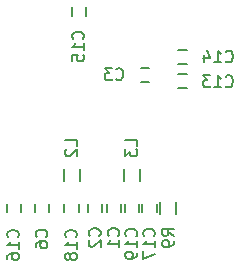
<source format=gbo>
G04 #@! TF.FileFunction,Legend,Bot*
%FSLAX46Y46*%
G04 Gerber Fmt 4.6, Leading zero omitted, Abs format (unit mm)*
G04 Created by KiCad (PCBNEW 4.0.7) date 10/15/17 21:50:59*
%MOMM*%
%LPD*%
G01*
G04 APERTURE LIST*
%ADD10C,0.100000*%
%ADD11C,0.150000*%
%ADD12C,1.710000*%
%ADD13O,1.460000X2.160000*%
%ADD14C,2.260000*%
%ADD15R,1.987200X1.987200*%
%ADD16O,1.987200X1.987200*%
%ADD17R,2.060000X2.060000*%
%ADD18O,2.060000X2.060000*%
%ADD19C,7.260000*%
%ADD20R,1.160000X0.760000*%
%ADD21R,2.292000X2.060000*%
%ADD22O,2.292000X2.060000*%
%ADD23R,1.010000X1.060000*%
%ADD24R,1.060000X1.010000*%
%ADD25R,2.292000X2.292000*%
%ADD26O,2.292000X2.292000*%
%ADD27R,1.360000X1.360000*%
%ADD28O,1.360000X1.360000*%
G04 APERTURE END LIST*
D10*
D11*
X134217867Y-74300000D02*
X134217867Y-75300000D01*
X135567867Y-75300000D02*
X135567867Y-74300000D01*
X131125000Y-71500000D02*
X131125000Y-72500000D01*
X132475000Y-72500000D02*
X132475000Y-71500000D01*
X126025000Y-71500000D02*
X126025000Y-72500000D01*
X127375000Y-72500000D02*
X127375000Y-71500000D01*
X131200000Y-74450000D02*
X131200000Y-75150000D01*
X132400000Y-75150000D02*
X132400000Y-74450000D01*
X126100000Y-74450000D02*
X126100000Y-75150000D01*
X127300000Y-75150000D02*
X127300000Y-74450000D01*
X132700000Y-74450000D02*
X132700000Y-75150000D01*
X133900000Y-75150000D02*
X133900000Y-74450000D01*
X121200000Y-74450000D02*
X121200000Y-75150000D01*
X122400000Y-75150000D02*
X122400000Y-74450000D01*
X127900000Y-58500000D02*
X127900000Y-57800000D01*
X126700000Y-57800000D02*
X126700000Y-58500000D01*
X135750000Y-62600000D02*
X136450000Y-62600000D01*
X136450000Y-61400000D02*
X135750000Y-61400000D01*
X135750000Y-64600000D02*
X136450000Y-64600000D01*
X136450000Y-63400000D02*
X135750000Y-63400000D01*
X123600000Y-74450000D02*
X123600000Y-75150000D01*
X124800000Y-75150000D02*
X124800000Y-74450000D01*
X133250000Y-62900000D02*
X132550000Y-62900000D01*
X132550000Y-64100000D02*
X133250000Y-64100000D01*
X128100000Y-74450000D02*
X128100000Y-75150000D01*
X129300000Y-75150000D02*
X129300000Y-74450000D01*
X129700000Y-74450000D02*
X129700000Y-75150000D01*
X130900000Y-75150000D02*
X130900000Y-74450000D01*
X135352381Y-77133334D02*
X134876190Y-76800000D01*
X135352381Y-76561905D02*
X134352381Y-76561905D01*
X134352381Y-76942858D01*
X134400000Y-77038096D01*
X134447619Y-77085715D01*
X134542857Y-77133334D01*
X134685714Y-77133334D01*
X134780952Y-77085715D01*
X134828571Y-77038096D01*
X134876190Y-76942858D01*
X134876190Y-76561905D01*
X135352381Y-77609524D02*
X135352381Y-77800000D01*
X135304762Y-77895239D01*
X135257143Y-77942858D01*
X135114286Y-78038096D01*
X134923810Y-78085715D01*
X134542857Y-78085715D01*
X134447619Y-78038096D01*
X134400000Y-77990477D01*
X134352381Y-77895239D01*
X134352381Y-77704762D01*
X134400000Y-77609524D01*
X134447619Y-77561905D01*
X134542857Y-77514286D01*
X134780952Y-77514286D01*
X134876190Y-77561905D01*
X134923810Y-77609524D01*
X134971429Y-77704762D01*
X134971429Y-77895239D01*
X134923810Y-77990477D01*
X134876190Y-78038096D01*
X134780952Y-78085715D01*
X132252381Y-69533334D02*
X132252381Y-69057143D01*
X131252381Y-69057143D01*
X131252381Y-69771429D02*
X131252381Y-70390477D01*
X131633333Y-70057143D01*
X131633333Y-70200001D01*
X131680952Y-70295239D01*
X131728571Y-70342858D01*
X131823810Y-70390477D01*
X132061905Y-70390477D01*
X132157143Y-70342858D01*
X132204762Y-70295239D01*
X132252381Y-70200001D01*
X132252381Y-69914286D01*
X132204762Y-69819048D01*
X132157143Y-69771429D01*
X127152381Y-69533334D02*
X127152381Y-69057143D01*
X126152381Y-69057143D01*
X126247619Y-69819048D02*
X126200000Y-69866667D01*
X126152381Y-69961905D01*
X126152381Y-70200001D01*
X126200000Y-70295239D01*
X126247619Y-70342858D01*
X126342857Y-70390477D01*
X126438095Y-70390477D01*
X126580952Y-70342858D01*
X127152381Y-69771429D01*
X127152381Y-70390477D01*
X132157143Y-77157143D02*
X132204762Y-77109524D01*
X132252381Y-76966667D01*
X132252381Y-76871429D01*
X132204762Y-76728571D01*
X132109524Y-76633333D01*
X132014286Y-76585714D01*
X131823810Y-76538095D01*
X131680952Y-76538095D01*
X131490476Y-76585714D01*
X131395238Y-76633333D01*
X131300000Y-76728571D01*
X131252381Y-76871429D01*
X131252381Y-76966667D01*
X131300000Y-77109524D01*
X131347619Y-77157143D01*
X132252381Y-78109524D02*
X132252381Y-77538095D01*
X132252381Y-77823809D02*
X131252381Y-77823809D01*
X131395238Y-77728571D01*
X131490476Y-77633333D01*
X131538095Y-77538095D01*
X132252381Y-78585714D02*
X132252381Y-78776190D01*
X132204762Y-78871429D01*
X132157143Y-78919048D01*
X132014286Y-79014286D01*
X131823810Y-79061905D01*
X131442857Y-79061905D01*
X131347619Y-79014286D01*
X131300000Y-78966667D01*
X131252381Y-78871429D01*
X131252381Y-78680952D01*
X131300000Y-78585714D01*
X131347619Y-78538095D01*
X131442857Y-78490476D01*
X131680952Y-78490476D01*
X131776190Y-78538095D01*
X131823810Y-78585714D01*
X131871429Y-78680952D01*
X131871429Y-78871429D01*
X131823810Y-78966667D01*
X131776190Y-79014286D01*
X131680952Y-79061905D01*
X127057143Y-77257143D02*
X127104762Y-77209524D01*
X127152381Y-77066667D01*
X127152381Y-76971429D01*
X127104762Y-76828571D01*
X127009524Y-76733333D01*
X126914286Y-76685714D01*
X126723810Y-76638095D01*
X126580952Y-76638095D01*
X126390476Y-76685714D01*
X126295238Y-76733333D01*
X126200000Y-76828571D01*
X126152381Y-76971429D01*
X126152381Y-77066667D01*
X126200000Y-77209524D01*
X126247619Y-77257143D01*
X127152381Y-78209524D02*
X127152381Y-77638095D01*
X127152381Y-77923809D02*
X126152381Y-77923809D01*
X126295238Y-77828571D01*
X126390476Y-77733333D01*
X126438095Y-77638095D01*
X126580952Y-78780952D02*
X126533333Y-78685714D01*
X126485714Y-78638095D01*
X126390476Y-78590476D01*
X126342857Y-78590476D01*
X126247619Y-78638095D01*
X126200000Y-78685714D01*
X126152381Y-78780952D01*
X126152381Y-78971429D01*
X126200000Y-79066667D01*
X126247619Y-79114286D01*
X126342857Y-79161905D01*
X126390476Y-79161905D01*
X126485714Y-79114286D01*
X126533333Y-79066667D01*
X126580952Y-78971429D01*
X126580952Y-78780952D01*
X126628571Y-78685714D01*
X126676190Y-78638095D01*
X126771429Y-78590476D01*
X126961905Y-78590476D01*
X127057143Y-78638095D01*
X127104762Y-78685714D01*
X127152381Y-78780952D01*
X127152381Y-78971429D01*
X127104762Y-79066667D01*
X127057143Y-79114286D01*
X126961905Y-79161905D01*
X126771429Y-79161905D01*
X126676190Y-79114286D01*
X126628571Y-79066667D01*
X126580952Y-78971429D01*
X133657143Y-77157143D02*
X133704762Y-77109524D01*
X133752381Y-76966667D01*
X133752381Y-76871429D01*
X133704762Y-76728571D01*
X133609524Y-76633333D01*
X133514286Y-76585714D01*
X133323810Y-76538095D01*
X133180952Y-76538095D01*
X132990476Y-76585714D01*
X132895238Y-76633333D01*
X132800000Y-76728571D01*
X132752381Y-76871429D01*
X132752381Y-76966667D01*
X132800000Y-77109524D01*
X132847619Y-77157143D01*
X133752381Y-78109524D02*
X133752381Y-77538095D01*
X133752381Y-77823809D02*
X132752381Y-77823809D01*
X132895238Y-77728571D01*
X132990476Y-77633333D01*
X133038095Y-77538095D01*
X132752381Y-78442857D02*
X132752381Y-79109524D01*
X133752381Y-78680952D01*
X122157143Y-77257143D02*
X122204762Y-77209524D01*
X122252381Y-77066667D01*
X122252381Y-76971429D01*
X122204762Y-76828571D01*
X122109524Y-76733333D01*
X122014286Y-76685714D01*
X121823810Y-76638095D01*
X121680952Y-76638095D01*
X121490476Y-76685714D01*
X121395238Y-76733333D01*
X121300000Y-76828571D01*
X121252381Y-76971429D01*
X121252381Y-77066667D01*
X121300000Y-77209524D01*
X121347619Y-77257143D01*
X122252381Y-78209524D02*
X122252381Y-77638095D01*
X122252381Y-77923809D02*
X121252381Y-77923809D01*
X121395238Y-77828571D01*
X121490476Y-77733333D01*
X121538095Y-77638095D01*
X121252381Y-79066667D02*
X121252381Y-78876190D01*
X121300000Y-78780952D01*
X121347619Y-78733333D01*
X121490476Y-78638095D01*
X121680952Y-78590476D01*
X122061905Y-78590476D01*
X122157143Y-78638095D01*
X122204762Y-78685714D01*
X122252381Y-78780952D01*
X122252381Y-78971429D01*
X122204762Y-79066667D01*
X122157143Y-79114286D01*
X122061905Y-79161905D01*
X121823810Y-79161905D01*
X121728571Y-79114286D01*
X121680952Y-79066667D01*
X121633333Y-78971429D01*
X121633333Y-78780952D01*
X121680952Y-78685714D01*
X121728571Y-78638095D01*
X121823810Y-78590476D01*
X127657143Y-60457143D02*
X127704762Y-60409524D01*
X127752381Y-60266667D01*
X127752381Y-60171429D01*
X127704762Y-60028571D01*
X127609524Y-59933333D01*
X127514286Y-59885714D01*
X127323810Y-59838095D01*
X127180952Y-59838095D01*
X126990476Y-59885714D01*
X126895238Y-59933333D01*
X126800000Y-60028571D01*
X126752381Y-60171429D01*
X126752381Y-60266667D01*
X126800000Y-60409524D01*
X126847619Y-60457143D01*
X127752381Y-61409524D02*
X127752381Y-60838095D01*
X127752381Y-61123809D02*
X126752381Y-61123809D01*
X126895238Y-61028571D01*
X126990476Y-60933333D01*
X127038095Y-60838095D01*
X126752381Y-62314286D02*
X126752381Y-61838095D01*
X127228571Y-61790476D01*
X127180952Y-61838095D01*
X127133333Y-61933333D01*
X127133333Y-62171429D01*
X127180952Y-62266667D01*
X127228571Y-62314286D01*
X127323810Y-62361905D01*
X127561905Y-62361905D01*
X127657143Y-62314286D01*
X127704762Y-62266667D01*
X127752381Y-62171429D01*
X127752381Y-61933333D01*
X127704762Y-61838095D01*
X127657143Y-61790476D01*
X139742857Y-62357143D02*
X139790476Y-62404762D01*
X139933333Y-62452381D01*
X140028571Y-62452381D01*
X140171429Y-62404762D01*
X140266667Y-62309524D01*
X140314286Y-62214286D01*
X140361905Y-62023810D01*
X140361905Y-61880952D01*
X140314286Y-61690476D01*
X140266667Y-61595238D01*
X140171429Y-61500000D01*
X140028571Y-61452381D01*
X139933333Y-61452381D01*
X139790476Y-61500000D01*
X139742857Y-61547619D01*
X138790476Y-62452381D02*
X139361905Y-62452381D01*
X139076191Y-62452381D02*
X139076191Y-61452381D01*
X139171429Y-61595238D01*
X139266667Y-61690476D01*
X139361905Y-61738095D01*
X137933333Y-61785714D02*
X137933333Y-62452381D01*
X138171429Y-61404762D02*
X138409524Y-62119048D01*
X137790476Y-62119048D01*
X139742857Y-64457143D02*
X139790476Y-64504762D01*
X139933333Y-64552381D01*
X140028571Y-64552381D01*
X140171429Y-64504762D01*
X140266667Y-64409524D01*
X140314286Y-64314286D01*
X140361905Y-64123810D01*
X140361905Y-63980952D01*
X140314286Y-63790476D01*
X140266667Y-63695238D01*
X140171429Y-63600000D01*
X140028571Y-63552381D01*
X139933333Y-63552381D01*
X139790476Y-63600000D01*
X139742857Y-63647619D01*
X138790476Y-64552381D02*
X139361905Y-64552381D01*
X139076191Y-64552381D02*
X139076191Y-63552381D01*
X139171429Y-63695238D01*
X139266667Y-63790476D01*
X139361905Y-63838095D01*
X138457143Y-63552381D02*
X137838095Y-63552381D01*
X138171429Y-63933333D01*
X138028571Y-63933333D01*
X137933333Y-63980952D01*
X137885714Y-64028571D01*
X137838095Y-64123810D01*
X137838095Y-64361905D01*
X137885714Y-64457143D01*
X137933333Y-64504762D01*
X138028571Y-64552381D01*
X138314286Y-64552381D01*
X138409524Y-64504762D01*
X138457143Y-64457143D01*
X124557143Y-77233334D02*
X124604762Y-77185715D01*
X124652381Y-77042858D01*
X124652381Y-76947620D01*
X124604762Y-76804762D01*
X124509524Y-76709524D01*
X124414286Y-76661905D01*
X124223810Y-76614286D01*
X124080952Y-76614286D01*
X123890476Y-76661905D01*
X123795238Y-76709524D01*
X123700000Y-76804762D01*
X123652381Y-76947620D01*
X123652381Y-77042858D01*
X123700000Y-77185715D01*
X123747619Y-77233334D01*
X123652381Y-78090477D02*
X123652381Y-77900000D01*
X123700000Y-77804762D01*
X123747619Y-77757143D01*
X123890476Y-77661905D01*
X124080952Y-77614286D01*
X124461905Y-77614286D01*
X124557143Y-77661905D01*
X124604762Y-77709524D01*
X124652381Y-77804762D01*
X124652381Y-77995239D01*
X124604762Y-78090477D01*
X124557143Y-78138096D01*
X124461905Y-78185715D01*
X124223810Y-78185715D01*
X124128571Y-78138096D01*
X124080952Y-78090477D01*
X124033333Y-77995239D01*
X124033333Y-77804762D01*
X124080952Y-77709524D01*
X124128571Y-77661905D01*
X124223810Y-77614286D01*
X130466666Y-63857143D02*
X130514285Y-63904762D01*
X130657142Y-63952381D01*
X130752380Y-63952381D01*
X130895238Y-63904762D01*
X130990476Y-63809524D01*
X131038095Y-63714286D01*
X131085714Y-63523810D01*
X131085714Y-63380952D01*
X131038095Y-63190476D01*
X130990476Y-63095238D01*
X130895238Y-63000000D01*
X130752380Y-62952381D01*
X130657142Y-62952381D01*
X130514285Y-63000000D01*
X130466666Y-63047619D01*
X130133333Y-62952381D02*
X129514285Y-62952381D01*
X129847619Y-63333333D01*
X129704761Y-63333333D01*
X129609523Y-63380952D01*
X129561904Y-63428571D01*
X129514285Y-63523810D01*
X129514285Y-63761905D01*
X129561904Y-63857143D01*
X129609523Y-63904762D01*
X129704761Y-63952381D01*
X129990476Y-63952381D01*
X130085714Y-63904762D01*
X130133333Y-63857143D01*
X129057143Y-77133334D02*
X129104762Y-77085715D01*
X129152381Y-76942858D01*
X129152381Y-76847620D01*
X129104762Y-76704762D01*
X129009524Y-76609524D01*
X128914286Y-76561905D01*
X128723810Y-76514286D01*
X128580952Y-76514286D01*
X128390476Y-76561905D01*
X128295238Y-76609524D01*
X128200000Y-76704762D01*
X128152381Y-76847620D01*
X128152381Y-76942858D01*
X128200000Y-77085715D01*
X128247619Y-77133334D01*
X128247619Y-77514286D02*
X128200000Y-77561905D01*
X128152381Y-77657143D01*
X128152381Y-77895239D01*
X128200000Y-77990477D01*
X128247619Y-78038096D01*
X128342857Y-78085715D01*
X128438095Y-78085715D01*
X128580952Y-78038096D01*
X129152381Y-77466667D01*
X129152381Y-78085715D01*
X130657143Y-77133334D02*
X130704762Y-77085715D01*
X130752381Y-76942858D01*
X130752381Y-76847620D01*
X130704762Y-76704762D01*
X130609524Y-76609524D01*
X130514286Y-76561905D01*
X130323810Y-76514286D01*
X130180952Y-76514286D01*
X129990476Y-76561905D01*
X129895238Y-76609524D01*
X129800000Y-76704762D01*
X129752381Y-76847620D01*
X129752381Y-76942858D01*
X129800000Y-77085715D01*
X129847619Y-77133334D01*
X130752381Y-78085715D02*
X130752381Y-77514286D01*
X130752381Y-77800000D02*
X129752381Y-77800000D01*
X129895238Y-77704762D01*
X129990476Y-77609524D01*
X130038095Y-77514286D01*
%LPC*%
D12*
X138000000Y-95850000D03*
X143000000Y-95850000D03*
D13*
X137000000Y-98550000D03*
X144000000Y-98550000D03*
D14*
X120400000Y-96700000D03*
X128400000Y-96700000D03*
D15*
X152400000Y-58420000D03*
D16*
X154940000Y-58420000D03*
X152400000Y-60960000D03*
X154940000Y-60960000D03*
X152400000Y-63500000D03*
X154940000Y-63500000D03*
X152400000Y-66040000D03*
X154940000Y-66040000D03*
X152400000Y-68580000D03*
X154940000Y-68580000D03*
X152400000Y-71120000D03*
X154940000Y-71120000D03*
X152400000Y-73660000D03*
X154940000Y-73660000D03*
X152400000Y-76200000D03*
X154940000Y-76200000D03*
X152400000Y-78740000D03*
X154940000Y-78740000D03*
X152400000Y-81280000D03*
X154940000Y-81280000D03*
D17*
X109220000Y-71120000D03*
D18*
X106680000Y-71120000D03*
X109220000Y-68580000D03*
X106680000Y-68580000D03*
X109220000Y-66040000D03*
X106680000Y-66040000D03*
X109220000Y-63500000D03*
X106680000Y-63500000D03*
X109220000Y-60960000D03*
X106680000Y-60960000D03*
X109220000Y-58420000D03*
X106680000Y-58420000D03*
D15*
X106680000Y-48260000D03*
D16*
X106680000Y-45720000D03*
X109220000Y-48260000D03*
X109220000Y-45720000D03*
X111760000Y-48260000D03*
X111760000Y-45720000D03*
X114300000Y-48260000D03*
X114300000Y-45720000D03*
X116840000Y-48260000D03*
X116840000Y-45720000D03*
X119380000Y-48260000D03*
X119380000Y-45720000D03*
X121920000Y-48260000D03*
X121920000Y-45720000D03*
X124460000Y-48260000D03*
X124460000Y-45720000D03*
X127000000Y-48260000D03*
X127000000Y-45720000D03*
X129540000Y-48260000D03*
X129540000Y-45720000D03*
X132080000Y-48260000D03*
X132080000Y-45720000D03*
X134620000Y-48260000D03*
X134620000Y-45720000D03*
X137160000Y-48260000D03*
X137160000Y-45720000D03*
X139700000Y-48260000D03*
X139700000Y-45720000D03*
X142240000Y-48260000D03*
X142240000Y-45720000D03*
X144780000Y-48260000D03*
X144780000Y-45720000D03*
X147320000Y-48260000D03*
X147320000Y-45720000D03*
X149860000Y-48260000D03*
X149860000Y-45720000D03*
X152400000Y-48260000D03*
X152400000Y-45720000D03*
X154940000Y-48260000D03*
X154940000Y-45720000D03*
D19*
X165000000Y-95000000D03*
X99000000Y-95000000D03*
X165000000Y-55000000D03*
X99000000Y-55000000D03*
D20*
X134892867Y-75550000D03*
X134892867Y-74050000D03*
X131800000Y-72750000D03*
X131800000Y-71250000D03*
X126700000Y-72750000D03*
X126700000Y-71250000D03*
D21*
X138430000Y-91440000D03*
D22*
X138430000Y-88900000D03*
X138430000Y-86360000D03*
D21*
X135890000Y-91440000D03*
D22*
X135890000Y-88900000D03*
X135890000Y-86360000D03*
D21*
X144780000Y-73660000D03*
D22*
X144780000Y-71120000D03*
X144780000Y-68580000D03*
D21*
X142240000Y-73660000D03*
D22*
X142240000Y-71120000D03*
X142240000Y-68580000D03*
D23*
X131800000Y-74050000D03*
X131800000Y-75550000D03*
X126700000Y-74050000D03*
X126700000Y-75550000D03*
X133300000Y-74050000D03*
X133300000Y-75550000D03*
X121800000Y-74050000D03*
X121800000Y-75550000D03*
X127300000Y-58900000D03*
X127300000Y-57400000D03*
D24*
X135350000Y-62000000D03*
X136850000Y-62000000D03*
X135350000Y-64000000D03*
X136850000Y-64000000D03*
D23*
X124200000Y-74050000D03*
X124200000Y-75550000D03*
D24*
X133650000Y-63500000D03*
X132150000Y-63500000D03*
D23*
X128700000Y-74050000D03*
X128700000Y-75550000D03*
X130300000Y-74050000D03*
X130300000Y-75550000D03*
D25*
X148800000Y-92760000D03*
D26*
X148800000Y-95300000D03*
D27*
X107950000Y-86360000D03*
D28*
X106680000Y-86360000D03*
X107950000Y-85090000D03*
X106680000Y-85090000D03*
X107950000Y-83820000D03*
X106680000Y-83820000D03*
X107950000Y-82550000D03*
X106680000Y-82550000D03*
X107950000Y-81280000D03*
X106680000Y-81280000D03*
M02*

</source>
